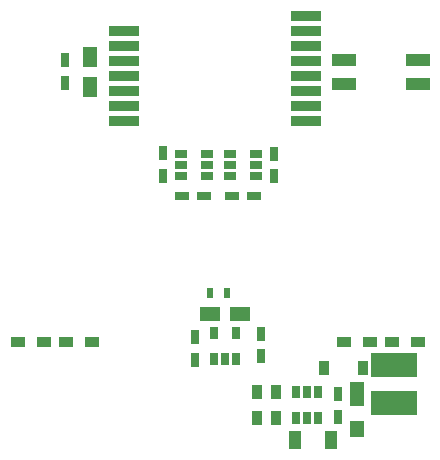
<source format=gtp>
G04 #@! TF.GenerationSoftware,KiCad,Pcbnew,no-vcs-found-70226ec~58~ubuntu16.04.1*
G04 #@! TF.CreationDate,2017-06-21T09:18:34+03:00*
G04 #@! TF.ProjectId,livolo_2_channels_1way_eu_switch,6C69766F6C6F5F325F6368616E6E656C,rev?*
G04 #@! TF.SameCoordinates,Original
G04 #@! TF.FileFunction,Paste,Top*
G04 #@! TF.FilePolarity,Positive*
%FSLAX46Y46*%
G04 Gerber Fmt 4.6, Leading zero omitted, Abs format (unit mm)*
G04 Created by KiCad (PCBNEW no-vcs-found-70226ec~58~ubuntu16.04.1) date Wed Jun 21 09:18:34 2017*
%MOMM*%
%LPD*%
G01*
G04 APERTURE LIST*
%ADD10C,0.100000*%
%ADD11R,2.000000X1.000000*%
%ADD12R,2.500000X0.812800*%
%ADD13R,4.000000X2.000000*%
%ADD14R,1.200000X2.000000*%
%ADD15R,1.200000X1.400000*%
%ADD16R,0.900000X1.200000*%
%ADD17R,0.650000X1.060000*%
%ADD18R,1.750000X1.260000*%
%ADD19R,0.750000X1.200000*%
%ADD20R,1.200000X0.750000*%
%ADD21R,1.200000X0.900000*%
%ADD22R,1.060000X0.650000*%
%ADD23R,0.500000X0.900000*%
%ADD24R,1.260000X1.750000*%
%ADD25R,1.000000X1.600000*%
G04 APERTURE END LIST*
D10*
D11*
X159400000Y-81600000D03*
X153150000Y-81600000D03*
X159400000Y-79600000D03*
X153150000Y-79600000D03*
D12*
X134500000Y-84710000D03*
X149946000Y-84710000D03*
X134500000Y-83440000D03*
X149946000Y-83440000D03*
X134500000Y-82170000D03*
X149946000Y-82170000D03*
X134500000Y-80900000D03*
X149946000Y-80900000D03*
X134500000Y-79630000D03*
X149946000Y-79630000D03*
X134500000Y-78360000D03*
X149946000Y-78360000D03*
X134500000Y-77090000D03*
X149946000Y-77090000D03*
X149946000Y-75820000D03*
D13*
X157400000Y-105350000D03*
X157400000Y-108600000D03*
D14*
X154200000Y-107800000D03*
D15*
X154200000Y-110800000D03*
D16*
X145800000Y-107700000D03*
X145800000Y-109900000D03*
D17*
X150000000Y-109900000D03*
X150950000Y-109900000D03*
X149050000Y-109900000D03*
X149050000Y-107700000D03*
X150000000Y-107700000D03*
X150950000Y-107700000D03*
D18*
X141775000Y-101092000D03*
X144325000Y-101092000D03*
D19*
X140500000Y-104950000D03*
X140500000Y-103050000D03*
X146100000Y-104650000D03*
X146100000Y-102750000D03*
X152600000Y-109750000D03*
X152600000Y-107850000D03*
D20*
X145550000Y-91100000D03*
X143650000Y-91100000D03*
D19*
X137800000Y-89350000D03*
X137800000Y-87450000D03*
X147200000Y-87500000D03*
X147200000Y-89400000D03*
D20*
X139400000Y-91100000D03*
X141300000Y-91100000D03*
D16*
X154750000Y-105600000D03*
X151450000Y-105600000D03*
X147400000Y-109900000D03*
X147400000Y-107700000D03*
D21*
X155300000Y-103400000D03*
X153100000Y-103400000D03*
X157200000Y-103400000D03*
X159400000Y-103400000D03*
X129600000Y-103400000D03*
X131800000Y-103400000D03*
X127700000Y-103400000D03*
X125500000Y-103400000D03*
D17*
X142100000Y-102650000D03*
X144000000Y-102650000D03*
X144000000Y-104850000D03*
X143050000Y-104850000D03*
X142100000Y-104850000D03*
D22*
X145700000Y-88450000D03*
X145700000Y-87500000D03*
X145700000Y-89400000D03*
X143500000Y-89400000D03*
X143500000Y-88450000D03*
X143500000Y-87500000D03*
X139300000Y-87500000D03*
X139300000Y-88450000D03*
X139300000Y-89400000D03*
X141500000Y-89400000D03*
X141500000Y-87500000D03*
X141500000Y-88450000D03*
D23*
X141750000Y-99300000D03*
X143250000Y-99300000D03*
D24*
X131600000Y-81875000D03*
X131600000Y-79325000D03*
D19*
X129500000Y-79600000D03*
X129500000Y-81500000D03*
D25*
X152000000Y-111700000D03*
X149000000Y-111700000D03*
M02*

</source>
